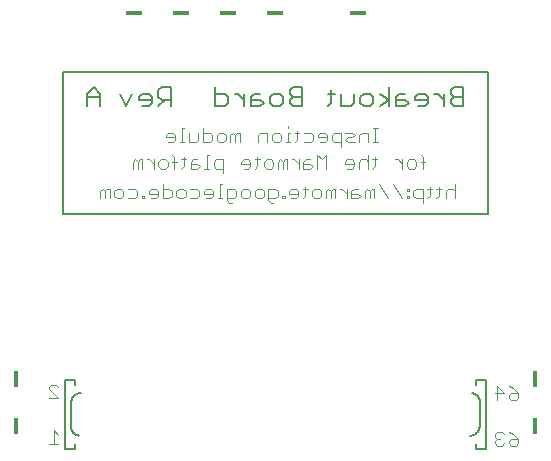
<source format=gbo>
G75*
G70*
%OFA0B0*%
%FSLAX24Y24*%
%IPPOS*%
%LPD*%
%AMOC8*
5,1,8,0,0,1.08239X$1,22.5*
%
%ADD10C,0.0060*%
%ADD11C,0.0040*%
%ADD12C,0.0080*%
%ADD13R,0.0560X0.0160*%
%ADD14R,0.0160X0.0560*%
D10*
X011594Y013163D02*
X011594Y013590D01*
X011807Y013804D01*
X012021Y013590D01*
X012021Y013163D01*
X012021Y013483D02*
X011594Y013483D01*
X012667Y013590D02*
X012880Y013163D01*
X013094Y013590D01*
X013311Y013483D02*
X013311Y013377D01*
X013738Y013377D01*
X013738Y013483D02*
X013631Y013590D01*
X013418Y013590D01*
X013311Y013483D01*
X013418Y013163D02*
X013631Y013163D01*
X013738Y013270D01*
X013738Y013483D01*
X013956Y013483D02*
X013956Y013697D01*
X014063Y013804D01*
X014383Y013804D01*
X014383Y013163D01*
X014383Y013377D02*
X014063Y013377D01*
X013956Y013483D01*
X014169Y013377D02*
X013956Y013163D01*
X015858Y013163D02*
X016178Y013163D01*
X016285Y013270D01*
X016285Y013483D01*
X016178Y013590D01*
X015858Y013590D01*
X015858Y013804D02*
X015858Y013163D01*
X016502Y013590D02*
X016609Y013590D01*
X016822Y013377D01*
X016822Y013590D02*
X016822Y013163D01*
X017040Y013163D02*
X017360Y013163D01*
X017467Y013270D01*
X017360Y013377D01*
X017040Y013377D01*
X017040Y013483D02*
X017040Y013163D01*
X017040Y013483D02*
X017147Y013590D01*
X017360Y013590D01*
X017684Y013483D02*
X017791Y013590D01*
X018005Y013590D01*
X018111Y013483D01*
X018111Y013270D01*
X018005Y013163D01*
X017791Y013163D01*
X017684Y013270D01*
X017684Y013483D01*
X018329Y013377D02*
X018329Y013270D01*
X018436Y013163D01*
X018756Y013163D01*
X018756Y013804D01*
X018436Y013804D01*
X018329Y013697D01*
X018329Y013590D01*
X018436Y013483D01*
X018756Y013483D01*
X018436Y013483D02*
X018329Y013377D01*
X019617Y013590D02*
X019830Y013590D01*
X019723Y013697D02*
X019723Y013270D01*
X019617Y013163D01*
X020048Y013163D02*
X020048Y013590D01*
X020475Y013590D02*
X020475Y013270D01*
X020368Y013163D01*
X020048Y013163D01*
X020692Y013270D02*
X020692Y013483D01*
X020799Y013590D01*
X021012Y013590D01*
X021119Y013483D01*
X021119Y013270D01*
X021012Y013163D01*
X020799Y013163D01*
X020692Y013270D01*
X021336Y013163D02*
X021656Y013377D01*
X021336Y013590D01*
X021656Y013804D02*
X021656Y013163D01*
X021874Y013163D02*
X021874Y013483D01*
X021980Y013590D01*
X022194Y013590D01*
X022194Y013377D02*
X021874Y013377D01*
X021874Y013163D02*
X022194Y013163D01*
X022301Y013270D01*
X022194Y013377D01*
X022518Y013377D02*
X022945Y013377D01*
X022945Y013483D02*
X022839Y013590D01*
X022625Y013590D01*
X022518Y013483D01*
X022518Y013377D01*
X022625Y013163D02*
X022839Y013163D01*
X022945Y013270D01*
X022945Y013483D01*
X023162Y013590D02*
X023269Y013590D01*
X023482Y013377D01*
X023482Y013590D02*
X023482Y013163D01*
X023700Y013270D02*
X023700Y013377D01*
X023807Y013483D01*
X024127Y013483D01*
X024127Y013163D02*
X023807Y013163D01*
X023700Y013270D01*
X023807Y013483D02*
X023700Y013590D01*
X023700Y013697D01*
X023807Y013804D01*
X024127Y013804D01*
X024127Y013163D01*
D11*
X022704Y011547D02*
X022781Y011470D01*
X022781Y011086D01*
X022857Y011316D02*
X022704Y011316D01*
X022550Y011316D02*
X022550Y011163D01*
X022474Y011086D01*
X022320Y011086D01*
X022244Y011163D01*
X022244Y011316D01*
X022320Y011393D01*
X022474Y011393D01*
X022550Y011316D01*
X022090Y011240D02*
X021937Y011393D01*
X021860Y011393D01*
X022090Y011393D02*
X022090Y011086D01*
X021770Y010562D02*
X022077Y010102D01*
X022230Y010102D02*
X022307Y010102D01*
X022307Y010179D01*
X022230Y010179D01*
X022230Y010102D01*
X022230Y010332D02*
X022307Y010332D01*
X022307Y010409D01*
X022230Y010409D01*
X022230Y010332D01*
X022461Y010332D02*
X022461Y010179D01*
X022537Y010102D01*
X022767Y010102D01*
X022767Y009949D02*
X022767Y010409D01*
X022537Y010409D01*
X022461Y010332D01*
X022921Y010409D02*
X023074Y010409D01*
X022998Y010486D02*
X022998Y010179D01*
X022921Y010102D01*
X023228Y010102D02*
X023305Y010179D01*
X023305Y010486D01*
X023381Y010409D02*
X023228Y010409D01*
X023535Y010332D02*
X023535Y010102D01*
X023535Y010332D02*
X023611Y010409D01*
X023765Y010409D01*
X023842Y010332D01*
X023842Y010562D02*
X023842Y010102D01*
X021617Y010102D02*
X021310Y010562D01*
X021156Y010409D02*
X021080Y010409D01*
X021003Y010332D01*
X020926Y010409D01*
X020849Y010332D01*
X020849Y010102D01*
X021003Y010102D02*
X021003Y010332D01*
X021156Y010409D02*
X021156Y010102D01*
X020696Y010179D02*
X020619Y010255D01*
X020389Y010255D01*
X020389Y010332D02*
X020389Y010102D01*
X020619Y010102D01*
X020696Y010179D01*
X020619Y010409D02*
X020466Y010409D01*
X020389Y010332D01*
X020236Y010255D02*
X020082Y010409D01*
X020005Y010409D01*
X019852Y010409D02*
X019852Y010102D01*
X019698Y010102D02*
X019698Y010332D01*
X019622Y010409D01*
X019545Y010332D01*
X019545Y010102D01*
X019392Y010179D02*
X019315Y010102D01*
X019161Y010102D01*
X019085Y010179D01*
X019085Y010332D01*
X019161Y010409D01*
X019315Y010409D01*
X019392Y010332D01*
X019392Y010179D01*
X019698Y010332D02*
X019775Y010409D01*
X019852Y010409D01*
X020236Y010409D02*
X020236Y010102D01*
X018931Y010409D02*
X018778Y010409D01*
X018854Y010486D02*
X018854Y010179D01*
X018778Y010102D01*
X018624Y010179D02*
X018624Y010332D01*
X018548Y010409D01*
X018394Y010409D01*
X018317Y010332D01*
X018317Y010255D01*
X018624Y010255D01*
X018624Y010179D02*
X018548Y010102D01*
X018394Y010102D01*
X018164Y010102D02*
X018087Y010102D01*
X018087Y010179D01*
X018164Y010179D01*
X018164Y010102D01*
X017934Y010179D02*
X017857Y010102D01*
X017627Y010102D01*
X017627Y010025D02*
X017627Y010409D01*
X017857Y010409D01*
X017934Y010332D01*
X017934Y010179D01*
X017780Y009949D02*
X017704Y009949D01*
X017627Y010025D01*
X017473Y010179D02*
X017397Y010102D01*
X017243Y010102D01*
X017167Y010179D01*
X017167Y010332D01*
X017243Y010409D01*
X017397Y010409D01*
X017473Y010332D01*
X017473Y010179D01*
X017013Y010179D02*
X017013Y010332D01*
X016936Y010409D01*
X016783Y010409D01*
X016706Y010332D01*
X016706Y010179D01*
X016783Y010102D01*
X016936Y010102D01*
X017013Y010179D01*
X016553Y010179D02*
X016553Y010332D01*
X016476Y010409D01*
X016246Y010409D01*
X016246Y010025D01*
X016323Y009949D01*
X016399Y009949D01*
X016476Y010102D02*
X016246Y010102D01*
X016092Y010102D02*
X015939Y010102D01*
X016016Y010102D02*
X016016Y010562D01*
X016092Y010562D01*
X016106Y010933D02*
X016106Y011393D01*
X015875Y011393D01*
X015799Y011316D01*
X015799Y011163D01*
X015875Y011086D01*
X016106Y011086D01*
X016719Y011240D02*
X017026Y011240D01*
X017026Y011316D02*
X016950Y011393D01*
X016796Y011393D01*
X016719Y011316D01*
X016719Y011240D01*
X016796Y011086D02*
X016950Y011086D01*
X017026Y011163D01*
X017026Y011316D01*
X017180Y011393D02*
X017333Y011393D01*
X017256Y011470D02*
X017256Y011163D01*
X017180Y011086D01*
X017487Y011163D02*
X017487Y011316D01*
X017563Y011393D01*
X017717Y011393D01*
X017793Y011316D01*
X017793Y011163D01*
X017717Y011086D01*
X017563Y011086D01*
X017487Y011163D01*
X017947Y011086D02*
X017947Y011316D01*
X018024Y011393D01*
X018100Y011316D01*
X018100Y011086D01*
X018254Y011086D02*
X018254Y011393D01*
X018177Y011393D01*
X018100Y011316D01*
X018407Y011393D02*
X018484Y011393D01*
X018637Y011240D01*
X018637Y011393D02*
X018637Y011086D01*
X018791Y011086D02*
X019021Y011086D01*
X019098Y011163D01*
X019021Y011240D01*
X018791Y011240D01*
X018791Y011316D02*
X018791Y011086D01*
X018791Y011316D02*
X018868Y011393D01*
X019021Y011393D01*
X019251Y011547D02*
X019251Y011086D01*
X019558Y011086D02*
X019558Y011547D01*
X019405Y011393D01*
X019251Y011547D01*
X019349Y011972D02*
X019502Y011972D01*
X019579Y012049D01*
X019579Y012202D01*
X019502Y012279D01*
X019349Y012279D01*
X019272Y012202D01*
X019272Y012126D01*
X019579Y012126D01*
X019732Y012202D02*
X019732Y012049D01*
X019809Y011972D01*
X020039Y011972D01*
X020039Y011819D02*
X020039Y012279D01*
X019809Y012279D01*
X019732Y012202D01*
X020193Y012279D02*
X020423Y012279D01*
X020500Y012202D01*
X020423Y012126D01*
X020269Y012126D01*
X020193Y012049D01*
X020269Y011972D01*
X020500Y011972D01*
X020653Y011972D02*
X020653Y012202D01*
X020730Y012279D01*
X020960Y012279D01*
X020960Y011972D01*
X021113Y011972D02*
X021267Y011972D01*
X021190Y011972D02*
X021190Y012432D01*
X021267Y012432D02*
X021113Y012432D01*
X020939Y011547D02*
X020939Y011086D01*
X021093Y011086D02*
X021169Y011163D01*
X021169Y011470D01*
X021246Y011393D02*
X021093Y011393D01*
X020939Y011316D02*
X020863Y011393D01*
X020709Y011393D01*
X020632Y011316D01*
X020632Y011086D01*
X020479Y011163D02*
X020479Y011316D01*
X020402Y011393D01*
X020249Y011393D01*
X020172Y011316D01*
X020172Y011240D01*
X020479Y011240D01*
X020479Y011163D02*
X020402Y011086D01*
X020249Y011086D01*
X019118Y012049D02*
X019042Y011972D01*
X018812Y011972D01*
X018581Y012049D02*
X018505Y011972D01*
X018581Y012049D02*
X018581Y012356D01*
X018658Y012279D02*
X018505Y012279D01*
X018351Y012279D02*
X018275Y012279D01*
X018275Y011972D01*
X018351Y011972D02*
X018198Y011972D01*
X018044Y012049D02*
X017968Y011972D01*
X017814Y011972D01*
X017737Y012049D01*
X017737Y012202D01*
X017814Y012279D01*
X017968Y012279D01*
X018044Y012202D01*
X018044Y012049D01*
X017584Y011972D02*
X017584Y012279D01*
X017354Y012279D01*
X017277Y012202D01*
X017277Y011972D01*
X016663Y011972D02*
X016663Y012279D01*
X016587Y012279D01*
X016510Y012202D01*
X016433Y012279D01*
X016356Y012202D01*
X016356Y011972D01*
X016510Y011972D02*
X016510Y012202D01*
X016203Y012202D02*
X016203Y012049D01*
X016126Y011972D01*
X015973Y011972D01*
X015896Y012049D01*
X015896Y012202D01*
X015973Y012279D01*
X016126Y012279D01*
X016203Y012202D01*
X015743Y012202D02*
X015743Y012049D01*
X015666Y011972D01*
X015436Y011972D01*
X015436Y012432D01*
X015436Y012279D02*
X015666Y012279D01*
X015743Y012202D01*
X015282Y012279D02*
X015282Y012049D01*
X015206Y011972D01*
X014975Y011972D01*
X014975Y012279D01*
X014822Y012432D02*
X014745Y012432D01*
X014745Y011972D01*
X014822Y011972D02*
X014668Y011972D01*
X014515Y012049D02*
X014515Y012202D01*
X014438Y012279D01*
X014285Y012279D01*
X014208Y012202D01*
X014208Y012126D01*
X014515Y012126D01*
X014515Y012049D02*
X014438Y011972D01*
X014285Y011972D01*
X014418Y011547D02*
X014494Y011470D01*
X014494Y011086D01*
X014724Y011086D02*
X014801Y011163D01*
X014801Y011470D01*
X014878Y011393D02*
X014724Y011393D01*
X014571Y011316D02*
X014418Y011316D01*
X014264Y011316D02*
X014264Y011163D01*
X014187Y011086D01*
X014034Y011086D01*
X013957Y011163D01*
X013957Y011316D01*
X014034Y011393D01*
X014187Y011393D01*
X014264Y011316D01*
X013804Y011240D02*
X013650Y011393D01*
X013574Y011393D01*
X013420Y011393D02*
X013420Y011086D01*
X013267Y011086D02*
X013267Y011316D01*
X013190Y011393D01*
X013113Y011316D01*
X013113Y011086D01*
X013267Y011316D02*
X013343Y011393D01*
X013420Y011393D01*
X013804Y011393D02*
X013804Y011086D01*
X014098Y010562D02*
X014098Y010102D01*
X014328Y010102D01*
X014404Y010179D01*
X014404Y010332D01*
X014328Y010409D01*
X014098Y010409D01*
X013944Y010332D02*
X013867Y010409D01*
X013714Y010409D01*
X013637Y010332D01*
X013637Y010255D01*
X013944Y010255D01*
X013944Y010179D02*
X013944Y010332D01*
X013944Y010179D02*
X013867Y010102D01*
X013714Y010102D01*
X013484Y010102D02*
X013407Y010102D01*
X013407Y010179D01*
X013484Y010179D01*
X013484Y010102D01*
X013254Y010179D02*
X013177Y010102D01*
X012947Y010102D01*
X012793Y010179D02*
X012793Y010332D01*
X012716Y010409D01*
X012563Y010409D01*
X012486Y010332D01*
X012486Y010179D01*
X012563Y010102D01*
X012716Y010102D01*
X012793Y010179D01*
X012947Y010409D02*
X013177Y010409D01*
X013254Y010332D01*
X013254Y010179D01*
X012333Y010102D02*
X012333Y010409D01*
X012256Y010409D01*
X012179Y010332D01*
X012103Y010409D01*
X012026Y010332D01*
X012026Y010102D01*
X012179Y010102D02*
X012179Y010332D01*
X014558Y010332D02*
X014558Y010179D01*
X014635Y010102D01*
X014788Y010102D01*
X014865Y010179D01*
X014865Y010332D01*
X014788Y010409D01*
X014635Y010409D01*
X014558Y010332D01*
X015018Y010409D02*
X015248Y010409D01*
X015325Y010332D01*
X015325Y010179D01*
X015248Y010102D01*
X015018Y010102D01*
X015479Y010255D02*
X015479Y010332D01*
X015555Y010409D01*
X015709Y010409D01*
X015785Y010332D01*
X015785Y010179D01*
X015709Y010102D01*
X015555Y010102D01*
X015479Y010255D02*
X015785Y010255D01*
X016476Y010102D02*
X016553Y010179D01*
X015645Y011086D02*
X015492Y011086D01*
X015568Y011086D02*
X015568Y011547D01*
X015645Y011547D01*
X015262Y011393D02*
X015108Y011393D01*
X015031Y011316D01*
X015031Y011086D01*
X015262Y011086D01*
X015338Y011163D01*
X015262Y011240D01*
X015031Y011240D01*
X018275Y012432D02*
X018275Y012509D01*
X018812Y012279D02*
X019042Y012279D01*
X019118Y012202D01*
X019118Y012049D01*
X025253Y003838D02*
X025483Y003608D01*
X025176Y003608D01*
X025253Y003378D02*
X025253Y003838D01*
X025637Y003838D02*
X025790Y003761D01*
X025943Y003608D01*
X025713Y003608D01*
X025637Y003531D01*
X025637Y003454D01*
X025713Y003378D01*
X025867Y003378D01*
X025943Y003454D01*
X025943Y003608D01*
X025637Y002310D02*
X025790Y002234D01*
X025943Y002080D01*
X025713Y002080D01*
X025637Y002004D01*
X025637Y001927D01*
X025713Y001850D01*
X025867Y001850D01*
X025943Y001927D01*
X025943Y002080D01*
X025483Y001927D02*
X025406Y001850D01*
X025253Y001850D01*
X025176Y001927D01*
X025176Y002004D01*
X025253Y002080D01*
X025330Y002080D01*
X025253Y002080D02*
X025176Y002157D01*
X025176Y002234D01*
X025253Y002310D01*
X025406Y002310D01*
X025483Y002234D01*
X010621Y002208D02*
X010467Y002362D01*
X010467Y001901D01*
X010314Y001901D02*
X010621Y001901D01*
X010621Y003425D02*
X010314Y003425D01*
X010621Y003425D02*
X010314Y003732D01*
X010314Y003809D01*
X010391Y003885D01*
X010544Y003885D01*
X010621Y003809D01*
D12*
X010842Y004047D02*
X011180Y004047D01*
X011180Y003881D01*
X010842Y004047D02*
X010842Y001747D01*
X011173Y001747D01*
X011173Y001913D01*
X011314Y002189D02*
X011282Y002193D01*
X011251Y002200D01*
X011221Y002211D01*
X011192Y002226D01*
X011164Y002243D01*
X011139Y002264D01*
X011117Y002287D01*
X011097Y002312D01*
X011080Y002340D01*
X011067Y002369D01*
X011056Y002400D01*
X011049Y002431D01*
X011046Y002463D01*
X011047Y002496D01*
X011047Y002495D02*
X011047Y003283D01*
X011047Y003291D02*
X011049Y003324D01*
X011055Y003357D01*
X011064Y003389D01*
X011076Y003420D01*
X011092Y003450D01*
X011110Y003478D01*
X011132Y003503D01*
X011155Y003527D01*
X011182Y003547D01*
X011210Y003565D01*
X011240Y003580D01*
X011271Y003592D01*
X011304Y003600D01*
X011337Y003605D01*
X011370Y003606D01*
X010771Y009590D02*
X010771Y014314D01*
X024944Y014314D01*
X024944Y009590D01*
X010771Y009590D01*
X024543Y004047D02*
X024543Y003881D01*
X024543Y004047D02*
X024889Y004047D01*
X024889Y001747D01*
X024535Y001747D01*
X024535Y001913D01*
X024669Y002511D02*
X024669Y003299D01*
X024668Y003298D02*
X024669Y003331D01*
X024666Y003363D01*
X024659Y003394D01*
X024648Y003425D01*
X024635Y003454D01*
X024618Y003482D01*
X024598Y003507D01*
X024576Y003530D01*
X024551Y003551D01*
X024523Y003568D01*
X024494Y003583D01*
X024464Y003594D01*
X024433Y003601D01*
X024401Y003605D01*
X024669Y002503D02*
X024667Y002470D01*
X024661Y002437D01*
X024652Y002405D01*
X024640Y002374D01*
X024624Y002344D01*
X024606Y002316D01*
X024584Y002291D01*
X024561Y002267D01*
X024534Y002247D01*
X024506Y002229D01*
X024476Y002214D01*
X024445Y002202D01*
X024412Y002194D01*
X024379Y002189D01*
X024346Y002188D01*
D13*
X020614Y016283D03*
X017858Y016283D03*
X016283Y016283D03*
X014708Y016283D03*
X013133Y016283D03*
D14*
X009196Y002503D03*
X009196Y004078D03*
X026519Y004078D03*
X026519Y002503D03*
M02*

</source>
